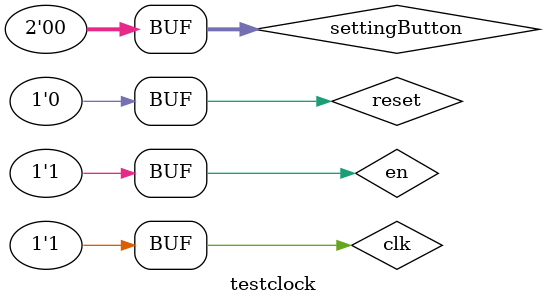
<source format=v>
`timescale 1ns / 1ps


module testclock;

	// Inputs
	reg clk;
	reg reset;
	reg en;
	reg [1:0] settingButton;

	// Outputs
	wire [7:0] curHour;
	wire [7:0] curMin;
	wire [7:0] curSec;
	parameter period = 10;
	// Instantiate the Unit Under Test (UUT)
	clock uut (
		.clk(clk), 
		.reset(reset), 
		.en(en), 
		.settingButton(settingButton), 
		.curHour(curHour), 
		.curMin(curMin), 
		.curSec(curSec)
	);
	
	always begin
		clk = 1'b0;
		#(period/2) clk = 1'b1;
		#(period/2);
	end
	initial begin
		// Initialize Inputs
		clk = 0;
		reset = 1;
		en = 0;
		settingButton = 0;

		// Wait 100 ns for global reset to finish
		#100;
        en = 1;
		reset = 0;
		// Add stimulus here

	end
      
endmodule


</source>
